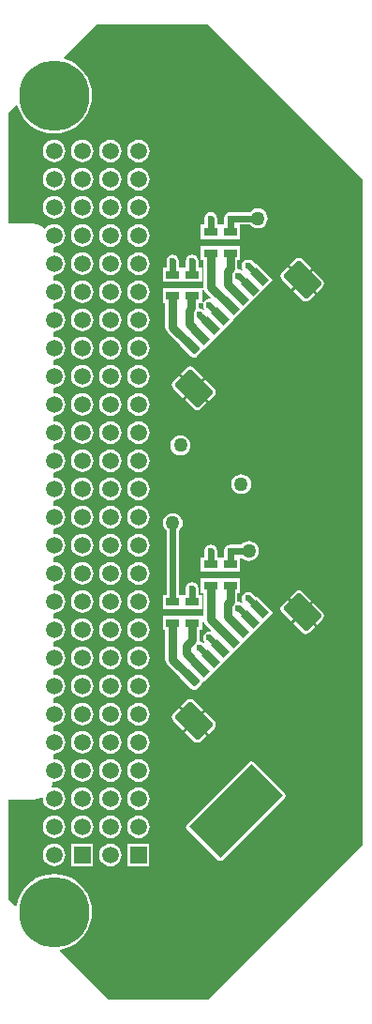
<source format=gtl>
G04*
G04 #@! TF.GenerationSoftware,Altium Limited,Altium Designer,23.3.1 (30)*
G04*
G04 Layer_Physical_Order=1*
G04 Layer_Color=5064179*
%FSAX42Y42*%
%MOMM*%
G71*
G04*
G04 #@! TF.SameCoordinates,74D896C7-0FB9-4F26-AAB1-64D905586B64*
G04*
G04*
G04 #@! TF.FilePolarity,Positive*
G04*
G01*
G75*
G04:AMPARAMS|DCode=23|XSize=2.1mm|YSize=3mm|CornerRadius=0.21mm|HoleSize=0mm|Usage=FLASHONLY|Rotation=45.000|XOffset=0mm|YOffset=0mm|HoleType=Round|Shape=RoundedRectangle|*
%AMROUNDEDRECTD23*
21,1,2.10,2.58,0,0,45.0*
21,1,1.68,3.00,0,0,45.0*
1,1,0.42,1.51,-0.32*
1,1,0.42,0.32,-1.51*
1,1,0.42,-1.51,0.32*
1,1,0.42,-0.32,1.51*
%
%ADD23ROUNDEDRECTD23*%
G04:AMPARAMS|DCode=24|XSize=0.8mm|YSize=1.6mm|CornerRadius=0mm|HoleSize=0mm|Usage=FLASHONLY|Rotation=45.000|XOffset=0mm|YOffset=0mm|HoleType=Round|Shape=Rectangle|*
%AMROTATEDRECTD24*
4,1,4,0.28,-0.85,-0.85,0.28,-0.28,0.85,0.85,-0.28,0.28,-0.85,0.0*
%
%ADD24ROTATEDRECTD24*%

G04:AMPARAMS|DCode=25|XSize=0.8mm|YSize=1.6mm|CornerRadius=0.08mm|HoleSize=0mm|Usage=FLASHONLY|Rotation=45.000|XOffset=0mm|YOffset=0mm|HoleType=Round|Shape=RoundedRectangle|*
%AMROUNDEDRECTD25*
21,1,0.80,1.44,0,0,45.0*
21,1,0.64,1.60,0,0,45.0*
1,1,0.16,0.74,-0.28*
1,1,0.16,0.28,-0.74*
1,1,0.16,-0.74,0.28*
1,1,0.16,-0.28,0.74*
%
%ADD25ROUNDEDRECTD25*%
%ADD26R,1.30X0.80*%
%ADD27C,0.60*%
%ADD28C,0.80*%
%ADD29C,0.40*%
G04:AMPARAMS|DCode=30|XSize=8mm|YSize=4mm|CornerRadius=0mm|HoleSize=0mm|Usage=FLASHONLY|Rotation=45.000|XOffset=0mm|YOffset=0mm|HoleType=Round|Shape=Rectangle|*
%AMROTATEDRECTD30*
4,1,4,-1.41,-4.24,-4.24,-1.41,1.41,4.24,4.24,1.41,-1.41,-4.24,0.0*
%
%ADD30ROTATEDRECTD30*%

%ADD31R,1.50X1.50*%
%ADD32C,1.50*%
%ADD33C,6.35*%
%ADD34C,1.27*%
%ADD35C,1.30*%
%ADD36C,0.60*%
G36*
X003315Y007515D02*
Y001515D01*
X001915Y000115D01*
X001015D01*
X000576Y000554D01*
X000581Y000567D01*
X000629Y000578D01*
X000679Y000599D01*
X000725Y000627D01*
X000766Y000662D01*
X000801Y000703D01*
X000829Y000749D01*
X000850Y000799D01*
X000863Y000852D01*
X000867Y000906D01*
X000863Y000959D01*
X000850Y001012D01*
X000829Y001062D01*
X000801Y001108D01*
X000766Y001149D01*
X000725Y001184D01*
X000679Y001212D01*
X000629Y001233D01*
X000577Y001245D01*
X000523Y001249D01*
X000469Y001245D01*
X000417Y001233D01*
X000367Y001212D01*
X000321Y001184D01*
X000280Y001149D01*
X000245Y001108D01*
X000217Y001062D01*
X000196Y001012D01*
X000184Y000964D01*
X000172Y000958D01*
X000115Y001015D01*
Y001915D01*
X000315D01*
X000335Y001916D01*
X000373Y001924D01*
X000409Y001939D01*
X000412Y001940D01*
X000422Y001934D01*
X000422Y001928D01*
X000425Y001902D01*
X000435Y001877D01*
X000451Y001856D01*
X000472Y001840D01*
X000497Y001830D01*
X000523Y001827D01*
X000549Y001830D01*
X000574Y001840D01*
X000595Y001856D01*
X000611Y001877D01*
X000621Y001902D01*
X000624Y001928D01*
X000621Y001954D01*
X000611Y001979D01*
X000595Y002000D01*
X000574Y002016D01*
X000549Y002026D01*
X000523Y002029D01*
X000508Y002027D01*
X000499Y002039D01*
X000506Y002057D01*
X000511Y002082D01*
X000523Y002081D01*
X000549Y002084D01*
X000574Y002094D01*
X000595Y002110D01*
X000611Y002131D01*
X000621Y002156D01*
X000624Y002182D01*
X000621Y002208D01*
X000611Y002233D01*
X000595Y002254D01*
X000574Y002270D01*
X000549Y002280D01*
X000523Y002283D01*
X000515Y002290D01*
Y002328D01*
X000523Y002335D01*
X000549Y002338D01*
X000574Y002348D01*
X000595Y002364D01*
X000611Y002385D01*
X000621Y002410D01*
X000624Y002436D01*
X000621Y002462D01*
X000611Y002487D01*
X000595Y002508D01*
X000574Y002524D01*
X000549Y002534D01*
X000523Y002537D01*
X000515Y002544D01*
Y002582D01*
X000523Y002589D01*
X000549Y002592D01*
X000574Y002602D01*
X000595Y002618D01*
X000611Y002639D01*
X000621Y002664D01*
X000624Y002690D01*
X000621Y002716D01*
X000611Y002741D01*
X000595Y002762D01*
X000574Y002778D01*
X000549Y002788D01*
X000523Y002791D01*
X000515Y002798D01*
Y002836D01*
X000523Y002843D01*
X000549Y002846D01*
X000574Y002856D01*
X000595Y002872D01*
X000611Y002893D01*
X000621Y002918D01*
X000624Y002944D01*
X000621Y002970D01*
X000611Y002995D01*
X000595Y003016D01*
X000574Y003032D01*
X000549Y003042D01*
X000523Y003045D01*
X000515Y003052D01*
Y003090D01*
X000523Y003097D01*
X000549Y003100D01*
X000574Y003110D01*
X000595Y003126D01*
X000611Y003147D01*
X000621Y003172D01*
X000624Y003198D01*
X000621Y003224D01*
X000611Y003249D01*
X000595Y003270D01*
X000574Y003286D01*
X000549Y003296D01*
X000523Y003299D01*
X000515Y003306D01*
X000515Y003344D01*
X000523Y003351D01*
X000549Y003354D01*
X000574Y003364D01*
X000595Y003380D01*
X000611Y003401D01*
X000621Y003426D01*
X000624Y003452D01*
X000621Y003478D01*
X000611Y003503D01*
X000595Y003524D01*
X000574Y003540D01*
X000549Y003550D01*
X000523Y003553D01*
X000515Y003560D01*
Y003598D01*
X000523Y003605D01*
X000549Y003608D01*
X000574Y003618D01*
X000595Y003634D01*
X000611Y003655D01*
X000621Y003680D01*
X000624Y003706D01*
X000621Y003732D01*
X000611Y003757D01*
X000595Y003778D01*
X000574Y003794D01*
X000549Y003804D01*
X000523Y003807D01*
X000515Y003814D01*
Y003852D01*
X000523Y003859D01*
X000549Y003862D01*
X000574Y003872D01*
X000595Y003888D01*
X000611Y003909D01*
X000621Y003934D01*
X000624Y003960D01*
X000621Y003986D01*
X000611Y004011D01*
X000595Y004032D01*
X000574Y004048D01*
X000549Y004058D01*
X000523Y004061D01*
X000515Y004068D01*
Y004106D01*
X000523Y004113D01*
X000549Y004116D01*
X000574Y004126D01*
X000595Y004142D01*
X000611Y004163D01*
X000621Y004188D01*
X000624Y004214D01*
X000621Y004240D01*
X000611Y004265D01*
X000595Y004286D01*
X000574Y004302D01*
X000549Y004312D01*
X000523Y004315D01*
X000515Y004322D01*
Y004360D01*
X000523Y004367D01*
X000549Y004370D01*
X000574Y004380D01*
X000595Y004396D01*
X000611Y004417D01*
X000621Y004442D01*
X000624Y004468D01*
X000621Y004494D01*
X000611Y004519D01*
X000595Y004540D01*
X000574Y004556D01*
X000549Y004566D01*
X000523Y004569D01*
X000515Y004576D01*
Y004614D01*
X000523Y004621D01*
X000549Y004624D01*
X000574Y004634D01*
X000595Y004650D01*
X000611Y004671D01*
X000621Y004696D01*
X000624Y004722D01*
X000621Y004748D01*
X000611Y004773D01*
X000595Y004794D01*
X000574Y004810D01*
X000549Y004820D01*
X000523Y004823D01*
X000515Y004830D01*
Y004868D01*
X000523Y004875D01*
X000549Y004878D01*
X000574Y004888D01*
X000595Y004904D01*
X000611Y004925D01*
X000621Y004950D01*
X000624Y004976D01*
X000621Y005002D01*
X000611Y005027D01*
X000595Y005048D01*
X000574Y005064D01*
X000549Y005074D01*
X000523Y005077D01*
X000515Y005084D01*
Y005122D01*
X000523Y005129D01*
X000549Y005132D01*
X000574Y005142D01*
X000595Y005158D01*
X000611Y005179D01*
X000621Y005204D01*
X000624Y005230D01*
X000621Y005256D01*
X000611Y005281D01*
X000595Y005302D01*
X000574Y005318D01*
X000549Y005328D01*
X000523Y005331D01*
X000515Y005338D01*
Y005376D01*
X000523Y005383D01*
X000549Y005386D01*
X000574Y005396D01*
X000595Y005412D01*
X000611Y005433D01*
X000621Y005458D01*
X000624Y005484D01*
X000621Y005510D01*
X000611Y005535D01*
X000595Y005556D01*
X000574Y005572D01*
X000549Y005582D01*
X000523Y005585D01*
X000515Y005592D01*
Y005630D01*
X000523Y005637D01*
X000549Y005640D01*
X000574Y005650D01*
X000595Y005666D01*
X000611Y005687D01*
X000621Y005712D01*
X000624Y005738D01*
X000621Y005764D01*
X000611Y005789D01*
X000595Y005810D01*
X000574Y005826D01*
X000549Y005836D01*
X000523Y005839D01*
X000515Y005846D01*
Y005884D01*
X000523Y005891D01*
X000549Y005894D01*
X000574Y005904D01*
X000595Y005920D01*
X000611Y005941D01*
X000621Y005966D01*
X000624Y005992D01*
X000621Y006018D01*
X000611Y006043D01*
X000595Y006064D01*
X000574Y006080D01*
X000549Y006090D01*
X000523Y006093D01*
X000515Y006100D01*
Y006138D01*
X000523Y006145D01*
X000549Y006148D01*
X000574Y006158D01*
X000595Y006174D01*
X000611Y006195D01*
X000621Y006220D01*
X000624Y006246D01*
X000621Y006272D01*
X000611Y006297D01*
X000595Y006318D01*
X000574Y006334D01*
X000549Y006344D01*
X000523Y006347D01*
X000515Y006354D01*
Y006392D01*
X000523Y006399D01*
X000549Y006402D01*
X000574Y006412D01*
X000595Y006428D01*
X000611Y006449D01*
X000621Y006474D01*
X000624Y006500D01*
X000621Y006526D01*
X000611Y006551D01*
X000595Y006572D01*
X000574Y006588D01*
X000549Y006598D01*
X000523Y006601D01*
X000515Y006608D01*
Y006646D01*
X000523Y006653D01*
X000549Y006656D01*
X000574Y006666D01*
X000595Y006682D01*
X000611Y006703D01*
X000621Y006728D01*
X000624Y006754D01*
X000621Y006780D01*
X000611Y006805D01*
X000595Y006826D01*
X000574Y006842D01*
X000549Y006852D01*
X000523Y006855D01*
X000515Y006862D01*
Y006900D01*
X000523Y006907D01*
X000549Y006910D01*
X000574Y006920D01*
X000595Y006936D01*
X000611Y006957D01*
X000621Y006982D01*
X000624Y007008D01*
X000621Y007034D01*
X000611Y007059D01*
X000595Y007080D01*
X000574Y007096D01*
X000549Y007106D01*
X000523Y007109D01*
X000497Y007106D01*
X000472Y007096D01*
X000451Y007080D01*
X000444Y007070D01*
X000442Y007070D01*
X000409Y007091D01*
X000373Y007106D01*
X000335Y007114D01*
X000315Y007115D01*
X000115Y007115D01*
X000115Y008115D01*
X000181Y008181D01*
X000193Y008177D01*
X000196Y008165D01*
X000217Y008115D01*
X000245Y008069D01*
X000280Y008028D01*
X000321Y007993D01*
X000367Y007965D01*
X000417Y007944D01*
X000469Y007932D01*
X000523Y007928D01*
X000577Y007932D01*
X000629Y007944D01*
X000679Y007965D01*
X000725Y007993D01*
X000766Y008028D01*
X000801Y008069D01*
X000829Y008115D01*
X000850Y008165D01*
X000863Y008218D01*
X000867Y008271D01*
X000863Y008325D01*
X000850Y008378D01*
X000829Y008428D01*
X000801Y008474D01*
X000766Y008515D01*
X000725Y008550D01*
X000679Y008578D01*
X000629Y008599D01*
X000617Y008602D01*
X000614Y008614D01*
X000915Y008915D01*
X001915D01*
X003315Y007515D01*
D02*
G37*
%LPC*%
G36*
X000777Y007871D02*
X000751Y007868D01*
X000726Y007858D01*
X000705Y007842D01*
X000689Y007821D01*
X000679Y007796D01*
X000676Y007770D01*
X000679Y007744D01*
X000689Y007719D01*
X000705Y007698D01*
X000726Y007682D01*
X000751Y007672D01*
X000777Y007669D01*
X000803Y007672D01*
X000828Y007682D01*
X000849Y007698D01*
X000865Y007719D01*
X000875Y007744D01*
X000878Y007770D01*
X000875Y007796D01*
X000865Y007821D01*
X000849Y007842D01*
X000828Y007858D01*
X000803Y007868D01*
X000777Y007871D01*
D02*
G37*
G36*
X000523D02*
X000497Y007868D01*
X000472Y007858D01*
X000451Y007842D01*
X000435Y007821D01*
X000425Y007796D01*
X000422Y007770D01*
X000425Y007744D01*
X000435Y007719D01*
X000451Y007698D01*
X000472Y007682D01*
X000497Y007672D01*
X000523Y007669D01*
X000549Y007672D01*
X000574Y007682D01*
X000595Y007698D01*
X000611Y007719D01*
X000621Y007744D01*
X000624Y007770D01*
X000621Y007796D01*
X000611Y007821D01*
X000595Y007842D01*
X000574Y007858D01*
X000549Y007868D01*
X000523Y007871D01*
D02*
G37*
G36*
X001285Y007870D02*
X001259Y007867D01*
X001234Y007857D01*
X001213Y007841D01*
X001197Y007820D01*
X001187Y007795D01*
X001184Y007769D01*
X001187Y007743D01*
X001197Y007718D01*
X001213Y007697D01*
X001234Y007681D01*
X001259Y007671D01*
X001285Y007668D01*
X001311Y007671D01*
X001336Y007681D01*
X001357Y007697D01*
X001373Y007718D01*
X001383Y007743D01*
X001386Y007769D01*
X001383Y007795D01*
X001373Y007820D01*
X001357Y007841D01*
X001336Y007857D01*
X001311Y007867D01*
X001285Y007870D01*
D02*
G37*
G36*
X001031D02*
X001005Y007867D01*
X000980Y007857D01*
X000959Y007841D01*
X000943Y007820D01*
X000933Y007795D01*
X000930Y007769D01*
X000933Y007743D01*
X000943Y007718D01*
X000959Y007697D01*
X000980Y007681D01*
X001005Y007671D01*
X001031Y007668D01*
X001057Y007671D01*
X001082Y007681D01*
X001103Y007697D01*
X001119Y007718D01*
X001129Y007743D01*
X001132Y007769D01*
X001129Y007795D01*
X001119Y007820D01*
X001103Y007841D01*
X001082Y007857D01*
X001057Y007867D01*
X001031Y007870D01*
D02*
G37*
G36*
X000777Y007617D02*
X000751Y007614D01*
X000726Y007604D01*
X000705Y007588D01*
X000689Y007567D01*
X000679Y007542D01*
X000676Y007516D01*
X000679Y007490D01*
X000689Y007465D01*
X000705Y007444D01*
X000726Y007428D01*
X000751Y007418D01*
X000777Y007415D01*
X000803Y007418D01*
X000828Y007428D01*
X000849Y007444D01*
X000865Y007465D01*
X000875Y007490D01*
X000878Y007516D01*
X000875Y007542D01*
X000865Y007567D01*
X000849Y007588D01*
X000828Y007604D01*
X000803Y007614D01*
X000777Y007617D01*
D02*
G37*
G36*
X000523D02*
X000497Y007614D01*
X000472Y007604D01*
X000451Y007588D01*
X000435Y007567D01*
X000425Y007542D01*
X000422Y007516D01*
X000425Y007490D01*
X000435Y007465D01*
X000451Y007444D01*
X000472Y007428D01*
X000497Y007418D01*
X000523Y007415D01*
X000549Y007418D01*
X000574Y007428D01*
X000595Y007444D01*
X000611Y007465D01*
X000621Y007490D01*
X000624Y007516D01*
X000621Y007542D01*
X000611Y007567D01*
X000595Y007588D01*
X000574Y007604D01*
X000549Y007614D01*
X000523Y007617D01*
D02*
G37*
G36*
X001285Y007616D02*
X001259Y007613D01*
X001234Y007603D01*
X001213Y007587D01*
X001197Y007566D01*
X001187Y007541D01*
X001184Y007515D01*
X001187Y007489D01*
X001197Y007464D01*
X001213Y007443D01*
X001234Y007427D01*
X001259Y007417D01*
X001285Y007414D01*
X001311Y007417D01*
X001336Y007427D01*
X001357Y007443D01*
X001373Y007464D01*
X001383Y007489D01*
X001386Y007515D01*
X001383Y007541D01*
X001373Y007566D01*
X001357Y007587D01*
X001336Y007603D01*
X001311Y007613D01*
X001285Y007616D01*
D02*
G37*
G36*
X001031D02*
X001005Y007613D01*
X000980Y007603D01*
X000959Y007587D01*
X000943Y007566D01*
X000933Y007541D01*
X000930Y007515D01*
X000933Y007489D01*
X000943Y007464D01*
X000959Y007443D01*
X000980Y007427D01*
X001005Y007417D01*
X001031Y007414D01*
X001057Y007417D01*
X001082Y007427D01*
X001103Y007443D01*
X001119Y007464D01*
X001129Y007489D01*
X001132Y007515D01*
X001129Y007541D01*
X001119Y007566D01*
X001103Y007587D01*
X001082Y007603D01*
X001057Y007613D01*
X001031Y007616D01*
D02*
G37*
G36*
X000777Y007363D02*
X000751Y007360D01*
X000726Y007350D01*
X000705Y007334D01*
X000689Y007313D01*
X000679Y007288D01*
X000676Y007262D01*
X000679Y007236D01*
X000689Y007211D01*
X000705Y007190D01*
X000726Y007174D01*
X000751Y007164D01*
X000777Y007161D01*
X000803Y007164D01*
X000828Y007174D01*
X000849Y007190D01*
X000865Y007211D01*
X000875Y007236D01*
X000878Y007262D01*
X000875Y007288D01*
X000865Y007313D01*
X000849Y007334D01*
X000828Y007350D01*
X000803Y007360D01*
X000777Y007363D01*
D02*
G37*
G36*
X000523D02*
X000497Y007360D01*
X000472Y007350D01*
X000451Y007334D01*
X000435Y007313D01*
X000425Y007288D01*
X000422Y007262D01*
X000425Y007236D01*
X000435Y007211D01*
X000451Y007190D01*
X000472Y007174D01*
X000497Y007164D01*
X000523Y007161D01*
X000549Y007164D01*
X000574Y007174D01*
X000595Y007190D01*
X000611Y007211D01*
X000621Y007236D01*
X000624Y007262D01*
X000621Y007288D01*
X000611Y007313D01*
X000595Y007334D01*
X000574Y007350D01*
X000549Y007360D01*
X000523Y007363D01*
D02*
G37*
G36*
X001285Y007362D02*
X001259Y007359D01*
X001234Y007349D01*
X001213Y007333D01*
X001197Y007312D01*
X001187Y007287D01*
X001184Y007261D01*
X001187Y007235D01*
X001197Y007210D01*
X001213Y007189D01*
X001234Y007173D01*
X001259Y007163D01*
X001285Y007160D01*
X001311Y007163D01*
X001336Y007173D01*
X001357Y007189D01*
X001373Y007210D01*
X001383Y007235D01*
X001386Y007261D01*
X001383Y007287D01*
X001373Y007312D01*
X001357Y007333D01*
X001336Y007349D01*
X001311Y007359D01*
X001285Y007362D01*
D02*
G37*
G36*
X001031D02*
X001005Y007359D01*
X000980Y007349D01*
X000959Y007333D01*
X000943Y007312D01*
X000933Y007287D01*
X000930Y007261D01*
X000933Y007235D01*
X000943Y007210D01*
X000959Y007189D01*
X000980Y007173D01*
X001005Y007163D01*
X001031Y007160D01*
X001057Y007163D01*
X001082Y007173D01*
X001103Y007189D01*
X001119Y007210D01*
X001129Y007235D01*
X001132Y007261D01*
X001129Y007287D01*
X001119Y007312D01*
X001103Y007333D01*
X001082Y007349D01*
X001057Y007359D01*
X001031Y007362D01*
D02*
G37*
G36*
X002365Y007252D02*
X002342Y007249D01*
X002320Y007240D01*
X002302Y007226D01*
X002296Y007219D01*
X002115D01*
X002093Y007215D01*
X002075Y007203D01*
X002063Y007184D01*
X002059Y007163D01*
Y007105D01*
X001997D01*
Y007163D01*
X001992Y007184D01*
X001980Y007203D01*
X001962Y007215D01*
X001940Y007219D01*
X001918Y007215D01*
X001900Y007203D01*
X001888Y007184D01*
X001884Y007163D01*
Y007105D01*
X001850D01*
Y006975D01*
X002205D01*
Y007105D01*
X002218Y007106D01*
X002296D01*
X002302Y007099D01*
X002320Y007085D01*
X002342Y007076D01*
X002365Y007073D01*
X002388Y007076D01*
X002410Y007085D01*
X002428Y007099D01*
X002443Y007118D01*
X002452Y007139D01*
X002455Y007163D01*
X002452Y007186D01*
X002443Y007208D01*
X002428Y007226D01*
X002410Y007240D01*
X002388Y007249D01*
X002365Y007252D01*
D02*
G37*
G36*
X002115Y006916D02*
X002111Y006915D01*
X001944D01*
X001940Y006916D01*
X001936Y006915D01*
X001850D01*
Y006785D01*
X001874D01*
Y006544D01*
X001876Y006526D01*
X001883Y006511D01*
X001893Y006497D01*
X001944Y006447D01*
X001937Y006435D01*
X001926Y006437D01*
X001905Y006433D01*
X001886Y006421D01*
X001874Y006402D01*
X001870Y006381D01*
X001874Y006359D01*
X001884Y006344D01*
X001875Y006335D01*
X001861Y006344D01*
X001839Y006349D01*
X001832Y006360D01*
Y006400D01*
X001861D01*
Y006530D01*
X001774D01*
X001770Y006531D01*
X001766D01*
X001762Y006530D01*
X001599D01*
X001595Y006531D01*
X001591Y006530D01*
X001505D01*
Y006400D01*
X001529D01*
Y006181D01*
X001531Y006164D01*
X001538Y006148D01*
X001549Y006135D01*
X001664Y006020D01*
X001664Y006019D01*
X001766Y005917D01*
X001777Y005910D01*
X001790Y005907D01*
X001803Y005910D01*
X001814Y005917D01*
X001859Y005963D01*
X001866Y005974D01*
X001867Y005976D01*
X001878Y005983D01*
X001878D01*
X001971Y006075D01*
X002055Y006159D01*
X002143Y006248D01*
X002232Y006336D01*
X002320Y006425D01*
X002408Y006513D01*
X002501Y006605D01*
X002352Y006754D01*
X002346Y006748D01*
X002319Y006775D01*
X002301Y006787D01*
X002279Y006791D01*
X002279Y006791D01*
X002275D01*
X002253Y006787D01*
X002235Y006775D01*
X002223Y006757D01*
X002219Y006735D01*
X002223Y006713D01*
X002231Y006702D01*
X002222Y006692D01*
X002212Y006699D01*
X002191Y006703D01*
X002185Y006707D01*
X002181Y006714D01*
Y006785D01*
X002205D01*
Y006915D01*
X002119D01*
X002115Y006916D01*
D02*
G37*
G36*
X000777Y007109D02*
X000751Y007106D01*
X000726Y007096D01*
X000705Y007080D01*
X000689Y007059D01*
X000679Y007034D01*
X000676Y007008D01*
X000679Y006982D01*
X000689Y006957D01*
X000705Y006936D01*
X000726Y006920D01*
X000751Y006910D01*
X000777Y006907D01*
X000803Y006910D01*
X000828Y006920D01*
X000849Y006936D01*
X000865Y006957D01*
X000875Y006982D01*
X000878Y007008D01*
X000875Y007034D01*
X000865Y007059D01*
X000849Y007080D01*
X000828Y007096D01*
X000803Y007106D01*
X000777Y007109D01*
D02*
G37*
G36*
X001285Y007108D02*
X001259Y007105D01*
X001234Y007095D01*
X001213Y007079D01*
X001197Y007058D01*
X001187Y007033D01*
X001184Y007007D01*
X001187Y006981D01*
X001197Y006956D01*
X001213Y006935D01*
X001234Y006919D01*
X001259Y006909D01*
X001285Y006906D01*
X001311Y006909D01*
X001336Y006919D01*
X001357Y006935D01*
X001373Y006956D01*
X001383Y006981D01*
X001386Y007007D01*
X001383Y007033D01*
X001373Y007058D01*
X001357Y007079D01*
X001336Y007095D01*
X001311Y007105D01*
X001285Y007108D01*
D02*
G37*
G36*
X001031D02*
X001005Y007105D01*
X000980Y007095D01*
X000959Y007079D01*
X000943Y007058D01*
X000933Y007033D01*
X000930Y007007D01*
X000933Y006981D01*
X000943Y006956D01*
X000959Y006935D01*
X000980Y006919D01*
X001005Y006909D01*
X001031Y006906D01*
X001057Y006909D01*
X001082Y006919D01*
X001103Y006935D01*
X001119Y006956D01*
X001129Y006981D01*
X001132Y007007D01*
X001129Y007033D01*
X001119Y007058D01*
X001103Y007079D01*
X001082Y007095D01*
X001057Y007105D01*
X001031Y007108D01*
D02*
G37*
G36*
X001770Y006834D02*
X001749Y006830D01*
X001730Y006818D01*
X001730Y006818D01*
X001730Y006818D01*
X001718Y006799D01*
X001714Y006778D01*
X001714Y006778D01*
Y006720D01*
X001652D01*
Y006777D01*
X001652Y006778D01*
X001647Y006799D01*
X001635Y006818D01*
X001617Y006830D01*
X001595Y006834D01*
X001574Y006830D01*
X001555Y006818D01*
X001555Y006818D01*
X001555Y006818D01*
X001543Y006799D01*
X001539Y006778D01*
X001539Y006778D01*
Y006720D01*
X001505D01*
Y006590D01*
X001861D01*
Y006720D01*
X001827D01*
Y006777D01*
X001827Y006778D01*
X001822Y006799D01*
X001810Y006818D01*
X001792Y006830D01*
X001770Y006834D01*
D02*
G37*
G36*
X000777Y006855D02*
X000751Y006852D01*
X000726Y006842D01*
X000705Y006826D01*
X000689Y006805D01*
X000679Y006780D01*
X000676Y006754D01*
X000679Y006728D01*
X000689Y006703D01*
X000705Y006682D01*
X000726Y006666D01*
X000751Y006656D01*
X000777Y006653D01*
X000803Y006656D01*
X000828Y006666D01*
X000849Y006682D01*
X000865Y006703D01*
X000875Y006728D01*
X000878Y006754D01*
X000875Y006780D01*
X000865Y006805D01*
X000849Y006826D01*
X000828Y006842D01*
X000803Y006852D01*
X000777Y006855D01*
D02*
G37*
G36*
X001285Y006854D02*
X001259Y006851D01*
X001234Y006841D01*
X001213Y006825D01*
X001197Y006804D01*
X001187Y006779D01*
X001184Y006753D01*
X001187Y006727D01*
X001197Y006702D01*
X001213Y006681D01*
X001234Y006665D01*
X001259Y006655D01*
X001285Y006652D01*
X001311Y006655D01*
X001336Y006665D01*
X001357Y006681D01*
X001373Y006702D01*
X001383Y006727D01*
X001386Y006753D01*
X001383Y006779D01*
X001373Y006804D01*
X001357Y006825D01*
X001336Y006841D01*
X001311Y006851D01*
X001285Y006854D01*
D02*
G37*
G36*
X001031D02*
X001005Y006851D01*
X000980Y006841D01*
X000959Y006825D01*
X000943Y006804D01*
X000933Y006779D01*
X000930Y006753D01*
X000933Y006727D01*
X000943Y006702D01*
X000959Y006681D01*
X000980Y006665D01*
X001005Y006655D01*
X001031Y006652D01*
X001057Y006655D01*
X001082Y006665D01*
X001103Y006681D01*
X001119Y006702D01*
X001129Y006727D01*
X001132Y006753D01*
X001129Y006779D01*
X001119Y006804D01*
X001103Y006825D01*
X001082Y006841D01*
X001057Y006851D01*
X001031Y006854D01*
D02*
G37*
G36*
X002734Y006807D02*
X002716Y006803D01*
X002700Y006793D01*
X002650Y006743D01*
X002766Y006627D01*
X002849Y006711D01*
X002767Y006793D01*
X002752Y006803D01*
X002734Y006807D01*
D02*
G37*
G36*
X002632Y006725D02*
X002581Y006674D01*
X002571Y006659D01*
X002568Y006641D01*
X002571Y006623D01*
X002581Y006607D01*
X002664Y006525D01*
X002748Y006609D01*
X002632Y006725D01*
D02*
G37*
G36*
X002867Y006693D02*
X002784Y006609D01*
X002899Y006493D01*
X002950Y006544D01*
X002960Y006559D01*
X002963Y006577D01*
X002960Y006595D01*
X002950Y006611D01*
X002867Y006693D01*
D02*
G37*
G36*
X002766Y006591D02*
X002682Y006507D01*
X002764Y006425D01*
X002779Y006415D01*
X002797Y006411D01*
X002815Y006415D01*
X002831Y006425D01*
X002881Y006475D01*
X002766Y006591D01*
D02*
G37*
G36*
X000777Y006601D02*
X000751Y006598D01*
X000726Y006588D01*
X000705Y006572D01*
X000689Y006551D01*
X000679Y006526D01*
X000676Y006500D01*
X000679Y006474D01*
X000689Y006449D01*
X000705Y006428D01*
X000726Y006412D01*
X000751Y006402D01*
X000777Y006399D01*
X000803Y006402D01*
X000828Y006412D01*
X000849Y006428D01*
X000865Y006449D01*
X000875Y006474D01*
X000878Y006500D01*
X000875Y006526D01*
X000865Y006551D01*
X000849Y006572D01*
X000828Y006588D01*
X000803Y006598D01*
X000777Y006601D01*
D02*
G37*
G36*
X001285Y006600D02*
X001259Y006597D01*
X001234Y006587D01*
X001213Y006571D01*
X001197Y006550D01*
X001187Y006525D01*
X001184Y006499D01*
X001187Y006473D01*
X001197Y006448D01*
X001213Y006427D01*
X001234Y006411D01*
X001259Y006401D01*
X001285Y006398D01*
X001311Y006401D01*
X001336Y006411D01*
X001357Y006427D01*
X001373Y006448D01*
X001383Y006473D01*
X001386Y006499D01*
X001383Y006525D01*
X001373Y006550D01*
X001357Y006571D01*
X001336Y006587D01*
X001311Y006597D01*
X001285Y006600D01*
D02*
G37*
G36*
X001031D02*
X001005Y006597D01*
X000980Y006587D01*
X000959Y006571D01*
X000943Y006550D01*
X000933Y006525D01*
X000930Y006499D01*
X000933Y006473D01*
X000943Y006448D01*
X000959Y006427D01*
X000980Y006411D01*
X001005Y006401D01*
X001031Y006398D01*
X001057Y006401D01*
X001082Y006411D01*
X001103Y006427D01*
X001119Y006448D01*
X001129Y006473D01*
X001132Y006499D01*
X001129Y006525D01*
X001119Y006550D01*
X001103Y006571D01*
X001082Y006587D01*
X001057Y006597D01*
X001031Y006600D01*
D02*
G37*
G36*
X000777Y006347D02*
X000751Y006344D01*
X000726Y006334D01*
X000705Y006318D01*
X000689Y006297D01*
X000679Y006272D01*
X000676Y006246D01*
X000679Y006220D01*
X000689Y006195D01*
X000705Y006174D01*
X000726Y006158D01*
X000751Y006148D01*
X000777Y006145D01*
X000803Y006148D01*
X000828Y006158D01*
X000849Y006174D01*
X000865Y006195D01*
X000875Y006220D01*
X000878Y006246D01*
X000875Y006272D01*
X000865Y006297D01*
X000849Y006318D01*
X000828Y006334D01*
X000803Y006344D01*
X000777Y006347D01*
D02*
G37*
G36*
X001285Y006346D02*
X001259Y006343D01*
X001234Y006333D01*
X001213Y006317D01*
X001197Y006296D01*
X001187Y006271D01*
X001184Y006245D01*
X001187Y006219D01*
X001197Y006194D01*
X001213Y006173D01*
X001234Y006157D01*
X001259Y006147D01*
X001285Y006144D01*
X001311Y006147D01*
X001336Y006157D01*
X001357Y006173D01*
X001373Y006194D01*
X001383Y006219D01*
X001386Y006245D01*
X001383Y006271D01*
X001373Y006296D01*
X001357Y006317D01*
X001336Y006333D01*
X001311Y006343D01*
X001285Y006346D01*
D02*
G37*
G36*
X001031D02*
X001005Y006343D01*
X000980Y006333D01*
X000959Y006317D01*
X000943Y006296D01*
X000933Y006271D01*
X000930Y006245D01*
X000933Y006219D01*
X000943Y006194D01*
X000959Y006173D01*
X000980Y006157D01*
X001005Y006147D01*
X001031Y006144D01*
X001057Y006147D01*
X001082Y006157D01*
X001103Y006173D01*
X001119Y006194D01*
X001129Y006219D01*
X001132Y006245D01*
X001129Y006271D01*
X001119Y006296D01*
X001103Y006317D01*
X001082Y006333D01*
X001057Y006343D01*
X001031Y006346D01*
D02*
G37*
G36*
X000777Y006093D02*
X000751Y006090D01*
X000726Y006080D01*
X000705Y006064D01*
X000689Y006043D01*
X000679Y006018D01*
X000676Y005992D01*
X000679Y005966D01*
X000689Y005941D01*
X000705Y005920D01*
X000726Y005904D01*
X000751Y005894D01*
X000777Y005891D01*
X000803Y005894D01*
X000828Y005904D01*
X000849Y005920D01*
X000865Y005941D01*
X000875Y005966D01*
X000878Y005992D01*
X000875Y006018D01*
X000865Y006043D01*
X000849Y006064D01*
X000828Y006080D01*
X000803Y006090D01*
X000777Y006093D01*
D02*
G37*
G36*
X001285Y006092D02*
X001259Y006089D01*
X001234Y006079D01*
X001213Y006063D01*
X001197Y006042D01*
X001187Y006017D01*
X001184Y005991D01*
X001187Y005965D01*
X001197Y005940D01*
X001213Y005919D01*
X001234Y005903D01*
X001259Y005893D01*
X001285Y005890D01*
X001311Y005893D01*
X001336Y005903D01*
X001357Y005919D01*
X001373Y005940D01*
X001383Y005965D01*
X001386Y005991D01*
X001383Y006017D01*
X001373Y006042D01*
X001357Y006063D01*
X001336Y006079D01*
X001311Y006089D01*
X001285Y006092D01*
D02*
G37*
G36*
X001031D02*
X001005Y006089D01*
X000980Y006079D01*
X000959Y006063D01*
X000943Y006042D01*
X000933Y006017D01*
X000930Y005991D01*
X000933Y005965D01*
X000943Y005940D01*
X000959Y005919D01*
X000980Y005903D01*
X001005Y005893D01*
X001031Y005890D01*
X001057Y005893D01*
X001082Y005903D01*
X001103Y005919D01*
X001119Y005940D01*
X001129Y005965D01*
X001132Y005991D01*
X001129Y006017D01*
X001119Y006042D01*
X001103Y006063D01*
X001082Y006079D01*
X001057Y006089D01*
X001031Y006092D01*
D02*
G37*
G36*
X001754Y005828D02*
X001736Y005824D01*
X001721Y005814D01*
X001671Y005763D01*
X001786Y005648D01*
X001870Y005731D01*
X001788Y005814D01*
X001772Y005824D01*
X001754Y005828D01*
D02*
G37*
G36*
X000777Y005839D02*
X000751Y005836D01*
X000726Y005826D01*
X000705Y005810D01*
X000689Y005789D01*
X000679Y005764D01*
X000676Y005738D01*
X000679Y005712D01*
X000689Y005687D01*
X000705Y005666D01*
X000726Y005650D01*
X000751Y005640D01*
X000777Y005637D01*
X000803Y005640D01*
X000828Y005650D01*
X000849Y005666D01*
X000865Y005687D01*
X000875Y005712D01*
X000878Y005738D01*
X000875Y005764D01*
X000865Y005789D01*
X000849Y005810D01*
X000828Y005826D01*
X000803Y005836D01*
X000777Y005839D01*
D02*
G37*
G36*
X001285Y005838D02*
X001259Y005835D01*
X001234Y005825D01*
X001213Y005809D01*
X001197Y005788D01*
X001187Y005763D01*
X001184Y005737D01*
X001187Y005711D01*
X001197Y005686D01*
X001213Y005665D01*
X001234Y005649D01*
X001259Y005639D01*
X001285Y005636D01*
X001311Y005639D01*
X001336Y005649D01*
X001357Y005665D01*
X001373Y005686D01*
X001383Y005711D01*
X001386Y005737D01*
X001383Y005763D01*
X001373Y005788D01*
X001357Y005809D01*
X001336Y005825D01*
X001311Y005835D01*
X001285Y005838D01*
D02*
G37*
G36*
X001031D02*
X001005Y005835D01*
X000980Y005825D01*
X000959Y005809D01*
X000943Y005788D01*
X000933Y005763D01*
X000930Y005737D01*
X000933Y005711D01*
X000943Y005686D01*
X000959Y005665D01*
X000980Y005649D01*
X001005Y005639D01*
X001031Y005636D01*
X001057Y005639D01*
X001082Y005649D01*
X001103Y005665D01*
X001119Y005686D01*
X001129Y005711D01*
X001132Y005737D01*
X001129Y005763D01*
X001119Y005788D01*
X001103Y005809D01*
X001082Y005825D01*
X001057Y005835D01*
X001031Y005838D01*
D02*
G37*
G36*
X001653Y005745D02*
X001602Y005695D01*
X001592Y005680D01*
X001588Y005661D01*
X001592Y005643D01*
X001602Y005628D01*
X001684Y005546D01*
X001768Y005630D01*
X001653Y005745D01*
D02*
G37*
G36*
X001888Y005713D02*
X001804Y005630D01*
X001920Y005514D01*
X001970Y005564D01*
X001981Y005580D01*
X001984Y005598D01*
X001981Y005616D01*
X001970Y005631D01*
X001888Y005713D01*
D02*
G37*
G36*
X001786Y005612D02*
X001702Y005528D01*
X001785Y005446D01*
X001800Y005435D01*
X001818Y005432D01*
X001836Y005435D01*
X001851Y005446D01*
X001902Y005496D01*
X001786Y005612D01*
D02*
G37*
G36*
X000777Y005585D02*
X000751Y005582D01*
X000726Y005572D01*
X000705Y005556D01*
X000689Y005535D01*
X000679Y005510D01*
X000676Y005484D01*
X000679Y005458D01*
X000689Y005433D01*
X000705Y005412D01*
X000726Y005396D01*
X000751Y005386D01*
X000777Y005383D01*
X000803Y005386D01*
X000828Y005396D01*
X000849Y005412D01*
X000865Y005433D01*
X000875Y005458D01*
X000878Y005484D01*
X000875Y005510D01*
X000865Y005535D01*
X000849Y005556D01*
X000828Y005572D01*
X000803Y005582D01*
X000777Y005585D01*
D02*
G37*
G36*
X001285Y005584D02*
X001259Y005581D01*
X001234Y005571D01*
X001213Y005555D01*
X001197Y005534D01*
X001187Y005509D01*
X001184Y005483D01*
X001187Y005457D01*
X001197Y005432D01*
X001213Y005411D01*
X001234Y005395D01*
X001259Y005385D01*
X001285Y005382D01*
X001311Y005385D01*
X001336Y005395D01*
X001357Y005411D01*
X001373Y005432D01*
X001383Y005457D01*
X001386Y005483D01*
X001383Y005509D01*
X001373Y005534D01*
X001357Y005555D01*
X001336Y005571D01*
X001311Y005581D01*
X001285Y005584D01*
D02*
G37*
G36*
X001031D02*
X001005Y005581D01*
X000980Y005571D01*
X000959Y005555D01*
X000943Y005534D01*
X000933Y005509D01*
X000930Y005483D01*
X000933Y005457D01*
X000943Y005432D01*
X000959Y005411D01*
X000980Y005395D01*
X001005Y005385D01*
X001031Y005382D01*
X001057Y005385D01*
X001082Y005395D01*
X001103Y005411D01*
X001119Y005432D01*
X001129Y005457D01*
X001132Y005483D01*
X001129Y005509D01*
X001119Y005534D01*
X001103Y005555D01*
X001082Y005571D01*
X001057Y005581D01*
X001031Y005584D01*
D02*
G37*
G36*
X000777Y005331D02*
X000751Y005328D01*
X000726Y005318D01*
X000705Y005302D01*
X000689Y005281D01*
X000679Y005256D01*
X000676Y005230D01*
X000679Y005204D01*
X000689Y005179D01*
X000705Y005158D01*
X000726Y005142D01*
X000751Y005132D01*
X000777Y005129D01*
X000803Y005132D01*
X000828Y005142D01*
X000849Y005158D01*
X000865Y005179D01*
X000875Y005204D01*
X000878Y005230D01*
X000875Y005256D01*
X000865Y005281D01*
X000849Y005302D01*
X000828Y005318D01*
X000803Y005328D01*
X000777Y005331D01*
D02*
G37*
G36*
X001285Y005330D02*
X001259Y005327D01*
X001234Y005317D01*
X001213Y005301D01*
X001197Y005280D01*
X001187Y005255D01*
X001184Y005229D01*
X001187Y005203D01*
X001197Y005178D01*
X001213Y005157D01*
X001234Y005141D01*
X001259Y005131D01*
X001285Y005128D01*
X001311Y005131D01*
X001336Y005141D01*
X001357Y005157D01*
X001373Y005178D01*
X001383Y005203D01*
X001386Y005229D01*
X001383Y005255D01*
X001373Y005280D01*
X001357Y005301D01*
X001336Y005317D01*
X001311Y005327D01*
X001285Y005330D01*
D02*
G37*
G36*
X001031D02*
X001005Y005327D01*
X000980Y005317D01*
X000959Y005301D01*
X000943Y005280D01*
X000933Y005255D01*
X000930Y005229D01*
X000933Y005203D01*
X000943Y005178D01*
X000959Y005157D01*
X000980Y005141D01*
X001005Y005131D01*
X001031Y005128D01*
X001057Y005131D01*
X001082Y005141D01*
X001103Y005157D01*
X001119Y005178D01*
X001129Y005203D01*
X001132Y005229D01*
X001129Y005255D01*
X001119Y005280D01*
X001103Y005301D01*
X001082Y005317D01*
X001057Y005327D01*
X001031Y005330D01*
D02*
G37*
G36*
X001665Y005205D02*
X001642Y005202D01*
X001620Y005193D01*
X001602Y005178D01*
X001587Y005160D01*
X001578Y005138D01*
X001575Y005115D01*
X001578Y005092D01*
X001587Y005070D01*
X001602Y005052D01*
X001620Y005037D01*
X001642Y005028D01*
X001665Y005025D01*
X001688Y005028D01*
X001710Y005037D01*
X001728Y005052D01*
X001743Y005070D01*
X001752Y005092D01*
X001755Y005115D01*
X001752Y005138D01*
X001743Y005160D01*
X001728Y005178D01*
X001710Y005193D01*
X001688Y005202D01*
X001665Y005205D01*
D02*
G37*
G36*
X000777Y005077D02*
X000751Y005074D01*
X000726Y005064D01*
X000705Y005048D01*
X000689Y005027D01*
X000679Y005002D01*
X000676Y004976D01*
X000679Y004950D01*
X000689Y004925D01*
X000705Y004904D01*
X000726Y004888D01*
X000751Y004878D01*
X000777Y004875D01*
X000803Y004878D01*
X000828Y004888D01*
X000849Y004904D01*
X000865Y004925D01*
X000875Y004950D01*
X000878Y004976D01*
X000875Y005002D01*
X000865Y005027D01*
X000849Y005048D01*
X000828Y005064D01*
X000803Y005074D01*
X000777Y005077D01*
D02*
G37*
G36*
X001285Y005076D02*
X001259Y005073D01*
X001234Y005063D01*
X001213Y005047D01*
X001197Y005026D01*
X001187Y005001D01*
X001184Y004975D01*
X001187Y004949D01*
X001197Y004924D01*
X001213Y004903D01*
X001234Y004887D01*
X001259Y004877D01*
X001285Y004874D01*
X001311Y004877D01*
X001336Y004887D01*
X001357Y004903D01*
X001373Y004924D01*
X001383Y004949D01*
X001386Y004975D01*
X001383Y005001D01*
X001373Y005026D01*
X001357Y005047D01*
X001336Y005063D01*
X001311Y005073D01*
X001285Y005076D01*
D02*
G37*
G36*
X001031D02*
X001005Y005073D01*
X000980Y005063D01*
X000959Y005047D01*
X000943Y005026D01*
X000933Y005001D01*
X000930Y004975D01*
X000933Y004949D01*
X000943Y004924D01*
X000959Y004903D01*
X000980Y004887D01*
X001005Y004877D01*
X001031Y004874D01*
X001057Y004877D01*
X001082Y004887D01*
X001103Y004903D01*
X001119Y004924D01*
X001129Y004949D01*
X001132Y004975D01*
X001129Y005001D01*
X001119Y005026D01*
X001103Y005047D01*
X001082Y005063D01*
X001057Y005073D01*
X001031Y005076D01*
D02*
G37*
G36*
X002215Y004855D02*
X002192Y004852D01*
X002170Y004843D01*
X002152Y004828D01*
X002137Y004810D01*
X002128Y004788D01*
X002125Y004765D01*
X002128Y004742D01*
X002137Y004720D01*
X002152Y004702D01*
X002170Y004687D01*
X002192Y004678D01*
X002215Y004675D01*
X002238Y004678D01*
X002260Y004687D01*
X002278Y004702D01*
X002293Y004720D01*
X002302Y004742D01*
X002305Y004765D01*
X002302Y004788D01*
X002293Y004810D01*
X002278Y004828D01*
X002260Y004843D01*
X002238Y004852D01*
X002215Y004855D01*
D02*
G37*
G36*
X000777Y004823D02*
X000751Y004820D01*
X000726Y004810D01*
X000705Y004794D01*
X000689Y004773D01*
X000679Y004748D01*
X000676Y004722D01*
X000679Y004696D01*
X000689Y004671D01*
X000705Y004650D01*
X000726Y004634D01*
X000751Y004624D01*
X000777Y004621D01*
X000803Y004624D01*
X000828Y004634D01*
X000849Y004650D01*
X000865Y004671D01*
X000875Y004696D01*
X000878Y004722D01*
X000875Y004748D01*
X000865Y004773D01*
X000849Y004794D01*
X000828Y004810D01*
X000803Y004820D01*
X000777Y004823D01*
D02*
G37*
G36*
X001285Y004822D02*
X001259Y004819D01*
X001234Y004809D01*
X001213Y004793D01*
X001197Y004772D01*
X001187Y004747D01*
X001184Y004721D01*
X001187Y004695D01*
X001197Y004670D01*
X001213Y004649D01*
X001234Y004633D01*
X001259Y004623D01*
X001285Y004620D01*
X001311Y004623D01*
X001336Y004633D01*
X001357Y004649D01*
X001373Y004670D01*
X001383Y004695D01*
X001386Y004721D01*
X001383Y004747D01*
X001373Y004772D01*
X001357Y004793D01*
X001336Y004809D01*
X001311Y004819D01*
X001285Y004822D01*
D02*
G37*
G36*
X001031D02*
X001005Y004819D01*
X000980Y004809D01*
X000959Y004793D01*
X000943Y004772D01*
X000933Y004747D01*
X000930Y004721D01*
X000933Y004695D01*
X000943Y004670D01*
X000959Y004649D01*
X000980Y004633D01*
X001005Y004623D01*
X001031Y004620D01*
X001057Y004623D01*
X001082Y004633D01*
X001103Y004649D01*
X001119Y004670D01*
X001129Y004695D01*
X001132Y004721D01*
X001129Y004747D01*
X001119Y004772D01*
X001103Y004793D01*
X001082Y004809D01*
X001057Y004819D01*
X001031Y004822D01*
D02*
G37*
G36*
X000777Y004569D02*
X000751Y004566D01*
X000726Y004556D01*
X000705Y004540D01*
X000689Y004519D01*
X000679Y004494D01*
X000676Y004468D01*
X000679Y004442D01*
X000689Y004417D01*
X000705Y004396D01*
X000726Y004380D01*
X000751Y004370D01*
X000777Y004367D01*
X000803Y004370D01*
X000828Y004380D01*
X000849Y004396D01*
X000865Y004417D01*
X000875Y004442D01*
X000878Y004468D01*
X000875Y004494D01*
X000865Y004519D01*
X000849Y004540D01*
X000828Y004556D01*
X000803Y004566D01*
X000777Y004569D01*
D02*
G37*
G36*
X001285Y004568D02*
X001259Y004565D01*
X001234Y004555D01*
X001213Y004539D01*
X001197Y004518D01*
X001187Y004493D01*
X001184Y004467D01*
X001187Y004441D01*
X001197Y004416D01*
X001213Y004395D01*
X001234Y004379D01*
X001259Y004369D01*
X001285Y004366D01*
X001311Y004369D01*
X001336Y004379D01*
X001357Y004395D01*
X001373Y004416D01*
X001383Y004441D01*
X001386Y004467D01*
X001383Y004493D01*
X001373Y004518D01*
X001357Y004539D01*
X001336Y004555D01*
X001311Y004565D01*
X001285Y004568D01*
D02*
G37*
G36*
X001031D02*
X001005Y004565D01*
X000980Y004555D01*
X000959Y004539D01*
X000943Y004518D01*
X000933Y004493D01*
X000930Y004467D01*
X000933Y004441D01*
X000943Y004416D01*
X000959Y004395D01*
X000980Y004379D01*
X001005Y004369D01*
X001031Y004366D01*
X001057Y004369D01*
X001082Y004379D01*
X001103Y004395D01*
X001119Y004416D01*
X001129Y004441D01*
X001132Y004467D01*
X001129Y004493D01*
X001119Y004518D01*
X001103Y004539D01*
X001082Y004555D01*
X001057Y004565D01*
X001031Y004568D01*
D02*
G37*
G36*
X000777Y004315D02*
X000751Y004312D01*
X000726Y004302D01*
X000705Y004286D01*
X000689Y004265D01*
X000679Y004240D01*
X000676Y004214D01*
X000679Y004188D01*
X000689Y004163D01*
X000705Y004142D01*
X000726Y004126D01*
X000751Y004116D01*
X000777Y004113D01*
X000803Y004116D01*
X000828Y004126D01*
X000849Y004142D01*
X000865Y004163D01*
X000875Y004188D01*
X000878Y004214D01*
X000875Y004240D01*
X000865Y004265D01*
X000849Y004286D01*
X000828Y004302D01*
X000803Y004312D01*
X000777Y004315D01*
D02*
G37*
G36*
X001285Y004314D02*
X001259Y004311D01*
X001234Y004301D01*
X001213Y004285D01*
X001197Y004264D01*
X001187Y004239D01*
X001184Y004213D01*
X001187Y004187D01*
X001197Y004162D01*
X001213Y004141D01*
X001234Y004125D01*
X001259Y004115D01*
X001285Y004112D01*
X001311Y004115D01*
X001336Y004125D01*
X001357Y004141D01*
X001373Y004162D01*
X001383Y004187D01*
X001386Y004213D01*
X001383Y004239D01*
X001373Y004264D01*
X001357Y004285D01*
X001336Y004301D01*
X001311Y004311D01*
X001285Y004314D01*
D02*
G37*
G36*
X001031D02*
X001005Y004311D01*
X000980Y004301D01*
X000959Y004285D01*
X000943Y004264D01*
X000933Y004239D01*
X000930Y004213D01*
X000933Y004187D01*
X000943Y004162D01*
X000959Y004141D01*
X000980Y004125D01*
X001005Y004115D01*
X001031Y004112D01*
X001057Y004115D01*
X001082Y004125D01*
X001103Y004141D01*
X001119Y004162D01*
X001129Y004187D01*
X001132Y004213D01*
X001129Y004239D01*
X001119Y004264D01*
X001103Y004285D01*
X001082Y004301D01*
X001057Y004311D01*
X001031Y004314D01*
D02*
G37*
G36*
X002283Y004252D02*
X002260Y004249D01*
X002238Y004240D01*
X002220Y004226D01*
X002214Y004219D01*
X002115D01*
X002093Y004215D01*
X002075Y004203D01*
X002063Y004184D01*
X002059Y004163D01*
Y004105D01*
X001997D01*
Y004163D01*
X001992Y004184D01*
X001980Y004203D01*
X001962Y004215D01*
X001940Y004219D01*
X001918Y004215D01*
X001900Y004203D01*
X001888Y004184D01*
X001884Y004163D01*
Y004105D01*
X001850D01*
Y003975D01*
X002205D01*
Y004097D01*
X002218Y004101D01*
X002220Y004099D01*
X002238Y004085D01*
X002260Y004076D01*
X002283Y004073D01*
X002306Y004076D01*
X002328Y004085D01*
X002347Y004099D01*
X002361Y004118D01*
X002370Y004139D01*
X002373Y004163D01*
X002370Y004186D01*
X002361Y004208D01*
X002347Y004226D01*
X002328Y004240D01*
X002306Y004249D01*
X002283Y004252D01*
D02*
G37*
G36*
X002115Y003916D02*
X002111Y003915D01*
X001944D01*
X001940Y003916D01*
X001936Y003915D01*
X001850D01*
Y003785D01*
X001874D01*
Y003544D01*
X001876Y003526D01*
X001883Y003511D01*
X001893Y003497D01*
X001944Y003447D01*
X001937Y003435D01*
X001926Y003437D01*
X001905Y003433D01*
X001886Y003421D01*
X001874Y003402D01*
X001870Y003381D01*
Y003380D01*
X001870Y003380D01*
X001874Y003359D01*
X001884Y003344D01*
X001875Y003335D01*
X001861Y003344D01*
X001839Y003349D01*
X001836Y003361D01*
Y003447D01*
X001861D01*
Y003578D01*
X001774D01*
X001770Y003578D01*
X001766Y003578D01*
X001599D01*
X001595Y003578D01*
X001591Y003578D01*
X001505D01*
Y003447D01*
X001529D01*
Y003181D01*
X001531Y003164D01*
X001538Y003148D01*
X001549Y003135D01*
X001664Y003020D01*
X001664Y003019D01*
X001766Y002917D01*
X001777Y002910D01*
X001790Y002907D01*
X001803Y002910D01*
X001814Y002917D01*
X001859Y002963D01*
X001866Y002974D01*
X001867Y002976D01*
X001878Y002983D01*
X001878D01*
X001971Y003075D01*
X002055Y003159D01*
X002143Y003248D01*
X002232Y003336D01*
X002320Y003425D01*
X002408Y003513D01*
X002501Y003605D01*
X002352Y003754D01*
X002346Y003748D01*
X002319Y003775D01*
X002301Y003787D01*
X002279Y003791D01*
X002279Y003791D01*
X002275D01*
X002253Y003787D01*
X002235Y003775D01*
X002223Y003757D01*
X002218Y003735D01*
X002223Y003713D01*
X002231Y003702D01*
X002222Y003692D01*
X002212Y003699D01*
X002191Y003703D01*
X002185Y003707D01*
X002181Y003714D01*
Y003785D01*
X002205D01*
Y003915D01*
X002119D01*
X002115Y003916D01*
D02*
G37*
G36*
X000777Y004061D02*
X000751Y004058D01*
X000726Y004048D01*
X000705Y004032D01*
X000689Y004011D01*
X000679Y003986D01*
X000676Y003960D01*
X000679Y003934D01*
X000689Y003909D01*
X000705Y003888D01*
X000726Y003872D01*
X000751Y003862D01*
X000777Y003859D01*
X000803Y003862D01*
X000828Y003872D01*
X000849Y003888D01*
X000865Y003909D01*
X000875Y003934D01*
X000878Y003960D01*
X000875Y003986D01*
X000865Y004011D01*
X000849Y004032D01*
X000828Y004048D01*
X000803Y004058D01*
X000777Y004061D01*
D02*
G37*
G36*
X001285Y004060D02*
X001259Y004057D01*
X001234Y004047D01*
X001213Y004031D01*
X001197Y004010D01*
X001187Y003985D01*
X001184Y003959D01*
X001187Y003933D01*
X001197Y003908D01*
X001213Y003887D01*
X001234Y003871D01*
X001259Y003861D01*
X001285Y003858D01*
X001311Y003861D01*
X001336Y003871D01*
X001357Y003887D01*
X001373Y003908D01*
X001383Y003933D01*
X001386Y003959D01*
X001383Y003985D01*
X001373Y004010D01*
X001357Y004031D01*
X001336Y004047D01*
X001311Y004057D01*
X001285Y004060D01*
D02*
G37*
G36*
X001031D02*
X001005Y004057D01*
X000980Y004047D01*
X000959Y004031D01*
X000943Y004010D01*
X000933Y003985D01*
X000930Y003959D01*
X000933Y003933D01*
X000943Y003908D01*
X000959Y003887D01*
X000980Y003871D01*
X001005Y003861D01*
X001031Y003858D01*
X001057Y003861D01*
X001082Y003871D01*
X001103Y003887D01*
X001119Y003908D01*
X001129Y003933D01*
X001132Y003959D01*
X001129Y003985D01*
X001119Y004010D01*
X001103Y004031D01*
X001082Y004047D01*
X001057Y004057D01*
X001031Y004060D01*
D02*
G37*
G36*
X001595Y004505D02*
X001572Y004502D01*
X001550Y004493D01*
X001532Y004478D01*
X001518Y004460D01*
X001509Y004438D01*
X001506Y004415D01*
X001509Y004392D01*
X001518Y004370D01*
X001532Y004352D01*
X001539Y004346D01*
Y003825D01*
Y003768D01*
X001505D01*
Y003637D01*
X001861D01*
Y003768D01*
X001827D01*
Y003825D01*
X001822Y003847D01*
X001810Y003865D01*
X001792Y003877D01*
X001770Y003881D01*
X001749Y003877D01*
X001730Y003865D01*
X001718Y003847D01*
X001714Y003825D01*
Y003768D01*
X001652D01*
Y003825D01*
Y004346D01*
X001659Y004352D01*
X001673Y004370D01*
X001682Y004392D01*
X001685Y004415D01*
X001682Y004438D01*
X001673Y004460D01*
X001659Y004478D01*
X001640Y004493D01*
X001618Y004502D01*
X001595Y004505D01*
D02*
G37*
G36*
X002734Y003807D02*
X002716Y003803D01*
X002700Y003793D01*
X002650Y003743D01*
X002766Y003627D01*
X002849Y003711D01*
X002767Y003793D01*
X002752Y003803D01*
X002734Y003807D01*
D02*
G37*
G36*
X000777Y003807D02*
X000751Y003804D01*
X000726Y003794D01*
X000705Y003778D01*
X000689Y003757D01*
X000679Y003732D01*
X000676Y003706D01*
X000679Y003680D01*
X000689Y003655D01*
X000705Y003634D01*
X000726Y003618D01*
X000751Y003608D01*
X000777Y003605D01*
X000803Y003608D01*
X000828Y003618D01*
X000849Y003634D01*
X000865Y003655D01*
X000875Y003680D01*
X000878Y003706D01*
X000875Y003732D01*
X000865Y003757D01*
X000849Y003778D01*
X000828Y003794D01*
X000803Y003804D01*
X000777Y003807D01*
D02*
G37*
G36*
X001285Y003806D02*
X001259Y003803D01*
X001234Y003793D01*
X001213Y003777D01*
X001197Y003756D01*
X001187Y003731D01*
X001184Y003705D01*
X001187Y003679D01*
X001197Y003654D01*
X001213Y003633D01*
X001234Y003617D01*
X001259Y003607D01*
X001285Y003604D01*
X001311Y003607D01*
X001336Y003617D01*
X001357Y003633D01*
X001373Y003654D01*
X001383Y003679D01*
X001386Y003705D01*
X001383Y003731D01*
X001373Y003756D01*
X001357Y003777D01*
X001336Y003793D01*
X001311Y003803D01*
X001285Y003806D01*
D02*
G37*
G36*
X001031D02*
X001005Y003803D01*
X000980Y003793D01*
X000959Y003777D01*
X000943Y003756D01*
X000933Y003731D01*
X000930Y003705D01*
X000933Y003679D01*
X000943Y003654D01*
X000959Y003633D01*
X000980Y003617D01*
X001005Y003607D01*
X001031Y003604D01*
X001057Y003607D01*
X001082Y003617D01*
X001103Y003633D01*
X001119Y003654D01*
X001129Y003679D01*
X001132Y003705D01*
X001129Y003731D01*
X001119Y003756D01*
X001103Y003777D01*
X001082Y003793D01*
X001057Y003803D01*
X001031Y003806D01*
D02*
G37*
G36*
X002632Y003725D02*
X002581Y003674D01*
X002571Y003659D01*
X002568Y003641D01*
X002571Y003623D01*
X002581Y003607D01*
X002664Y003525D01*
X002748Y003609D01*
X002632Y003725D01*
D02*
G37*
G36*
X002867Y003693D02*
X002783Y003609D01*
X002899Y003493D01*
X002950Y003544D01*
X002960Y003559D01*
X002963Y003577D01*
X002960Y003595D01*
X002950Y003611D01*
X002867Y003693D01*
D02*
G37*
G36*
X002766Y003591D02*
X002682Y003507D01*
X002764Y003425D01*
X002779Y003415D01*
X002797Y003411D01*
X002815Y003415D01*
X002831Y003425D01*
X002881Y003475D01*
X002766Y003591D01*
D02*
G37*
G36*
X000777Y003553D02*
X000751Y003550D01*
X000726Y003540D01*
X000705Y003524D01*
X000689Y003503D01*
X000679Y003478D01*
X000676Y003452D01*
X000679Y003426D01*
X000689Y003401D01*
X000705Y003380D01*
X000726Y003364D01*
X000751Y003354D01*
X000777Y003351D01*
X000803Y003354D01*
X000828Y003364D01*
X000849Y003380D01*
X000865Y003401D01*
X000875Y003426D01*
X000878Y003452D01*
X000875Y003478D01*
X000865Y003503D01*
X000849Y003524D01*
X000828Y003540D01*
X000803Y003550D01*
X000777Y003553D01*
D02*
G37*
G36*
X001285Y003552D02*
X001259Y003549D01*
X001234Y003539D01*
X001213Y003523D01*
X001197Y003502D01*
X001187Y003477D01*
X001184Y003451D01*
X001187Y003425D01*
X001197Y003400D01*
X001213Y003379D01*
X001234Y003363D01*
X001259Y003353D01*
X001285Y003350D01*
X001311Y003353D01*
X001336Y003363D01*
X001357Y003379D01*
X001373Y003400D01*
X001383Y003425D01*
X001386Y003451D01*
X001383Y003477D01*
X001373Y003502D01*
X001357Y003523D01*
X001336Y003539D01*
X001311Y003549D01*
X001285Y003552D01*
D02*
G37*
G36*
X001031D02*
X001005Y003549D01*
X000980Y003539D01*
X000959Y003523D01*
X000943Y003502D01*
X000933Y003477D01*
X000930Y003451D01*
X000933Y003425D01*
X000943Y003400D01*
X000959Y003379D01*
X000980Y003363D01*
X001005Y003353D01*
X001031Y003350D01*
X001057Y003353D01*
X001082Y003363D01*
X001103Y003379D01*
X001119Y003400D01*
X001129Y003425D01*
X001132Y003451D01*
X001129Y003477D01*
X001119Y003502D01*
X001103Y003523D01*
X001082Y003539D01*
X001057Y003549D01*
X001031Y003552D01*
D02*
G37*
G36*
X000777Y003299D02*
X000751Y003296D01*
X000726Y003286D01*
X000705Y003270D01*
X000689Y003249D01*
X000679Y003224D01*
X000676Y003198D01*
X000679Y003172D01*
X000689Y003147D01*
X000705Y003126D01*
X000726Y003110D01*
X000751Y003100D01*
X000777Y003097D01*
X000803Y003100D01*
X000828Y003110D01*
X000849Y003126D01*
X000865Y003147D01*
X000875Y003172D01*
X000878Y003198D01*
X000875Y003224D01*
X000865Y003249D01*
X000849Y003270D01*
X000828Y003286D01*
X000803Y003296D01*
X000777Y003299D01*
D02*
G37*
G36*
X001285Y003298D02*
X001259Y003295D01*
X001234Y003285D01*
X001213Y003269D01*
X001197Y003248D01*
X001187Y003223D01*
X001184Y003197D01*
X001187Y003171D01*
X001197Y003146D01*
X001213Y003125D01*
X001234Y003109D01*
X001259Y003099D01*
X001285Y003096D01*
X001311Y003099D01*
X001336Y003109D01*
X001357Y003125D01*
X001373Y003146D01*
X001383Y003171D01*
X001386Y003197D01*
X001383Y003223D01*
X001373Y003248D01*
X001357Y003269D01*
X001336Y003285D01*
X001311Y003295D01*
X001285Y003298D01*
D02*
G37*
G36*
X001031D02*
X001005Y003295D01*
X000980Y003285D01*
X000959Y003269D01*
X000943Y003248D01*
X000933Y003223D01*
X000930Y003197D01*
X000933Y003171D01*
X000943Y003146D01*
X000959Y003125D01*
X000980Y003109D01*
X001005Y003099D01*
X001031Y003096D01*
X001057Y003099D01*
X001082Y003109D01*
X001103Y003125D01*
X001119Y003146D01*
X001129Y003171D01*
X001132Y003197D01*
X001129Y003223D01*
X001119Y003248D01*
X001103Y003269D01*
X001082Y003285D01*
X001057Y003295D01*
X001031Y003298D01*
D02*
G37*
G36*
X000777Y003045D02*
X000751Y003042D01*
X000726Y003032D01*
X000705Y003016D01*
X000689Y002995D01*
X000679Y002970D01*
X000676Y002944D01*
X000679Y002918D01*
X000689Y002893D01*
X000705Y002872D01*
X000726Y002856D01*
X000751Y002846D01*
X000777Y002843D01*
X000803Y002846D01*
X000828Y002856D01*
X000849Y002872D01*
X000865Y002893D01*
X000875Y002918D01*
X000878Y002944D01*
X000875Y002970D01*
X000865Y002995D01*
X000849Y003016D01*
X000828Y003032D01*
X000803Y003042D01*
X000777Y003045D01*
D02*
G37*
G36*
X001285Y003044D02*
X001259Y003041D01*
X001234Y003031D01*
X001213Y003015D01*
X001197Y002994D01*
X001187Y002969D01*
X001184Y002943D01*
X001187Y002917D01*
X001197Y002892D01*
X001213Y002871D01*
X001234Y002855D01*
X001259Y002845D01*
X001285Y002842D01*
X001311Y002845D01*
X001336Y002855D01*
X001357Y002871D01*
X001373Y002892D01*
X001383Y002917D01*
X001386Y002943D01*
X001383Y002969D01*
X001373Y002994D01*
X001357Y003015D01*
X001336Y003031D01*
X001311Y003041D01*
X001285Y003044D01*
D02*
G37*
G36*
X001031D02*
X001005Y003041D01*
X000980Y003031D01*
X000959Y003015D01*
X000943Y002994D01*
X000933Y002969D01*
X000930Y002943D01*
X000933Y002917D01*
X000943Y002892D01*
X000959Y002871D01*
X000980Y002855D01*
X001005Y002845D01*
X001031Y002842D01*
X001057Y002845D01*
X001082Y002855D01*
X001103Y002871D01*
X001119Y002892D01*
X001129Y002917D01*
X001132Y002943D01*
X001129Y002969D01*
X001119Y002994D01*
X001103Y003015D01*
X001082Y003031D01*
X001057Y003041D01*
X001031Y003044D01*
D02*
G37*
G36*
X001754Y002828D02*
X001736Y002824D01*
X001721Y002814D01*
X001671Y002763D01*
X001786Y002648D01*
X001870Y002731D01*
X001788Y002814D01*
X001772Y002824D01*
X001754Y002828D01*
D02*
G37*
G36*
X000777Y002791D02*
X000751Y002788D01*
X000726Y002778D01*
X000705Y002762D01*
X000689Y002741D01*
X000679Y002716D01*
X000676Y002690D01*
X000679Y002664D01*
X000689Y002639D01*
X000705Y002618D01*
X000726Y002602D01*
X000751Y002592D01*
X000777Y002589D01*
X000803Y002592D01*
X000828Y002602D01*
X000849Y002618D01*
X000865Y002639D01*
X000875Y002664D01*
X000878Y002690D01*
X000875Y002716D01*
X000865Y002741D01*
X000849Y002762D01*
X000828Y002778D01*
X000803Y002788D01*
X000777Y002791D01*
D02*
G37*
G36*
X001285Y002790D02*
X001259Y002787D01*
X001234Y002777D01*
X001213Y002761D01*
X001197Y002740D01*
X001187Y002715D01*
X001184Y002689D01*
X001187Y002663D01*
X001197Y002638D01*
X001213Y002617D01*
X001234Y002601D01*
X001259Y002591D01*
X001285Y002588D01*
X001311Y002591D01*
X001336Y002601D01*
X001357Y002617D01*
X001373Y002638D01*
X001383Y002663D01*
X001386Y002689D01*
X001383Y002715D01*
X001373Y002740D01*
X001357Y002761D01*
X001336Y002777D01*
X001311Y002787D01*
X001285Y002790D01*
D02*
G37*
G36*
X001031D02*
X001005Y002787D01*
X000980Y002777D01*
X000959Y002761D01*
X000943Y002740D01*
X000933Y002715D01*
X000930Y002689D01*
X000933Y002663D01*
X000943Y002638D01*
X000959Y002617D01*
X000980Y002601D01*
X001005Y002591D01*
X001031Y002588D01*
X001057Y002591D01*
X001082Y002601D01*
X001103Y002617D01*
X001119Y002638D01*
X001129Y002663D01*
X001132Y002689D01*
X001129Y002715D01*
X001119Y002740D01*
X001103Y002761D01*
X001082Y002777D01*
X001057Y002787D01*
X001031Y002790D01*
D02*
G37*
G36*
X001653Y002745D02*
X001602Y002695D01*
X001592Y002680D01*
X001588Y002661D01*
X001592Y002643D01*
X001602Y002628D01*
X001684Y002546D01*
X001768Y002630D01*
X001653Y002745D01*
D02*
G37*
G36*
X001888Y002713D02*
X001804Y002630D01*
X001920Y002514D01*
X001970Y002564D01*
X001981Y002580D01*
X001984Y002598D01*
X001981Y002616D01*
X001970Y002631D01*
X001888Y002713D01*
D02*
G37*
G36*
X001786Y002612D02*
X001702Y002528D01*
X001785Y002446D01*
X001800Y002435D01*
X001818Y002432D01*
X001836Y002435D01*
X001851Y002446D01*
X001902Y002496D01*
X001786Y002612D01*
D02*
G37*
G36*
X000777Y002537D02*
X000751Y002534D01*
X000726Y002524D01*
X000705Y002508D01*
X000689Y002487D01*
X000679Y002462D01*
X000676Y002436D01*
X000679Y002410D01*
X000689Y002385D01*
X000705Y002364D01*
X000726Y002348D01*
X000751Y002338D01*
X000777Y002335D01*
X000803Y002338D01*
X000828Y002348D01*
X000849Y002364D01*
X000865Y002385D01*
X000875Y002410D01*
X000878Y002436D01*
X000875Y002462D01*
X000865Y002487D01*
X000849Y002508D01*
X000828Y002524D01*
X000803Y002534D01*
X000777Y002537D01*
D02*
G37*
G36*
X001285Y002536D02*
X001259Y002533D01*
X001234Y002523D01*
X001213Y002507D01*
X001197Y002486D01*
X001187Y002461D01*
X001184Y002435D01*
X001187Y002409D01*
X001197Y002384D01*
X001213Y002363D01*
X001234Y002347D01*
X001259Y002337D01*
X001285Y002334D01*
X001311Y002337D01*
X001336Y002347D01*
X001357Y002363D01*
X001373Y002384D01*
X001383Y002409D01*
X001386Y002435D01*
X001383Y002461D01*
X001373Y002486D01*
X001357Y002507D01*
X001336Y002523D01*
X001311Y002533D01*
X001285Y002536D01*
D02*
G37*
G36*
X001031D02*
X001005Y002533D01*
X000980Y002523D01*
X000959Y002507D01*
X000943Y002486D01*
X000933Y002461D01*
X000930Y002435D01*
X000933Y002409D01*
X000943Y002384D01*
X000959Y002363D01*
X000980Y002347D01*
X001005Y002337D01*
X001031Y002334D01*
X001057Y002337D01*
X001082Y002347D01*
X001103Y002363D01*
X001119Y002384D01*
X001129Y002409D01*
X001132Y002435D01*
X001129Y002461D01*
X001119Y002486D01*
X001103Y002507D01*
X001082Y002523D01*
X001057Y002533D01*
X001031Y002536D01*
D02*
G37*
G36*
X000777Y002283D02*
X000751Y002280D01*
X000726Y002270D01*
X000705Y002254D01*
X000689Y002233D01*
X000679Y002208D01*
X000676Y002182D01*
X000679Y002156D01*
X000689Y002131D01*
X000705Y002110D01*
X000726Y002094D01*
X000751Y002084D01*
X000777Y002081D01*
X000803Y002084D01*
X000828Y002094D01*
X000849Y002110D01*
X000865Y002131D01*
X000875Y002156D01*
X000878Y002182D01*
X000875Y002208D01*
X000865Y002233D01*
X000849Y002254D01*
X000828Y002270D01*
X000803Y002280D01*
X000777Y002283D01*
D02*
G37*
G36*
X001285Y002282D02*
X001259Y002279D01*
X001234Y002269D01*
X001213Y002253D01*
X001197Y002232D01*
X001187Y002207D01*
X001184Y002181D01*
X001187Y002155D01*
X001197Y002130D01*
X001213Y002109D01*
X001234Y002093D01*
X001259Y002083D01*
X001285Y002080D01*
X001311Y002083D01*
X001336Y002093D01*
X001357Y002109D01*
X001373Y002130D01*
X001383Y002155D01*
X001386Y002181D01*
X001383Y002207D01*
X001373Y002232D01*
X001357Y002253D01*
X001336Y002269D01*
X001311Y002279D01*
X001285Y002282D01*
D02*
G37*
G36*
X001031D02*
X001005Y002279D01*
X000980Y002269D01*
X000959Y002253D01*
X000943Y002232D01*
X000933Y002207D01*
X000930Y002181D01*
X000933Y002155D01*
X000943Y002130D01*
X000959Y002109D01*
X000980Y002093D01*
X001005Y002083D01*
X001031Y002080D01*
X001057Y002083D01*
X001082Y002093D01*
X001103Y002109D01*
X001119Y002130D01*
X001129Y002155D01*
X001132Y002181D01*
X001129Y002207D01*
X001119Y002232D01*
X001103Y002253D01*
X001082Y002269D01*
X001057Y002279D01*
X001031Y002282D01*
D02*
G37*
G36*
X000777Y002029D02*
X000751Y002026D01*
X000726Y002016D01*
X000705Y002000D01*
X000689Y001979D01*
X000679Y001954D01*
X000676Y001928D01*
X000679Y001902D01*
X000689Y001877D01*
X000705Y001856D01*
X000726Y001840D01*
X000751Y001830D01*
X000777Y001827D01*
X000803Y001830D01*
X000828Y001840D01*
X000849Y001856D01*
X000865Y001877D01*
X000875Y001902D01*
X000878Y001928D01*
X000875Y001954D01*
X000865Y001979D01*
X000849Y002000D01*
X000828Y002016D01*
X000803Y002026D01*
X000777Y002029D01*
D02*
G37*
G36*
X001285Y002028D02*
X001259Y002025D01*
X001234Y002015D01*
X001213Y001999D01*
X001197Y001978D01*
X001187Y001953D01*
X001184Y001927D01*
X001187Y001901D01*
X001197Y001876D01*
X001213Y001855D01*
X001234Y001839D01*
X001259Y001829D01*
X001285Y001826D01*
X001311Y001829D01*
X001336Y001839D01*
X001357Y001855D01*
X001373Y001876D01*
X001383Y001901D01*
X001386Y001927D01*
X001383Y001953D01*
X001373Y001978D01*
X001357Y001999D01*
X001336Y002015D01*
X001311Y002025D01*
X001285Y002028D01*
D02*
G37*
G36*
X001031D02*
X001005Y002025D01*
X000980Y002015D01*
X000959Y001999D01*
X000943Y001978D01*
X000933Y001953D01*
X000930Y001927D01*
X000933Y001901D01*
X000943Y001876D01*
X000959Y001855D01*
X000980Y001839D01*
X001005Y001829D01*
X001031Y001826D01*
X001057Y001829D01*
X001082Y001839D01*
X001103Y001855D01*
X001119Y001876D01*
X001129Y001901D01*
X001132Y001927D01*
X001129Y001953D01*
X001119Y001978D01*
X001103Y001999D01*
X001082Y002015D01*
X001057Y002025D01*
X001031Y002028D01*
D02*
G37*
G36*
X000777Y001775D02*
X000751Y001772D01*
X000726Y001762D01*
X000705Y001746D01*
X000689Y001725D01*
X000679Y001700D01*
X000676Y001674D01*
X000679Y001648D01*
X000689Y001623D01*
X000705Y001602D01*
X000726Y001586D01*
X000751Y001576D01*
X000777Y001573D01*
X000803Y001576D01*
X000828Y001586D01*
X000849Y001602D01*
X000865Y001623D01*
X000875Y001648D01*
X000878Y001674D01*
X000875Y001700D01*
X000865Y001725D01*
X000849Y001746D01*
X000828Y001762D01*
X000803Y001772D01*
X000777Y001775D01*
D02*
G37*
G36*
X000523D02*
X000497Y001772D01*
X000472Y001762D01*
X000451Y001746D01*
X000435Y001725D01*
X000425Y001700D01*
X000422Y001674D01*
X000425Y001648D01*
X000435Y001623D01*
X000451Y001602D01*
X000472Y001586D01*
X000497Y001576D01*
X000523Y001573D01*
X000549Y001576D01*
X000574Y001586D01*
X000595Y001602D01*
X000611Y001623D01*
X000621Y001648D01*
X000624Y001674D01*
X000621Y001700D01*
X000611Y001725D01*
X000595Y001746D01*
X000574Y001762D01*
X000549Y001772D01*
X000523Y001775D01*
D02*
G37*
G36*
X001285Y001774D02*
X001259Y001771D01*
X001234Y001761D01*
X001213Y001745D01*
X001197Y001724D01*
X001187Y001699D01*
X001184Y001673D01*
X001187Y001647D01*
X001197Y001622D01*
X001213Y001601D01*
X001234Y001585D01*
X001259Y001575D01*
X001285Y001572D01*
X001311Y001575D01*
X001336Y001585D01*
X001357Y001601D01*
X001373Y001622D01*
X001383Y001647D01*
X001386Y001673D01*
X001383Y001699D01*
X001373Y001724D01*
X001357Y001745D01*
X001336Y001761D01*
X001311Y001771D01*
X001285Y001774D01*
D02*
G37*
G36*
X001031D02*
X001005Y001771D01*
X000980Y001761D01*
X000959Y001745D01*
X000943Y001724D01*
X000933Y001699D01*
X000930Y001673D01*
X000933Y001647D01*
X000943Y001622D01*
X000959Y001601D01*
X000980Y001585D01*
X001005Y001575D01*
X001031Y001572D01*
X001057Y001575D01*
X001082Y001585D01*
X001103Y001601D01*
X001119Y001622D01*
X001129Y001647D01*
X001132Y001673D01*
X001129Y001699D01*
X001119Y001724D01*
X001103Y001745D01*
X001082Y001761D01*
X001057Y001771D01*
X001031Y001774D01*
D02*
G37*
G36*
X002306Y002265D02*
X002296Y002263D01*
X002288Y002258D01*
X001722Y001692D01*
X001717Y001683D01*
X001715Y001674D01*
X001717Y001664D01*
X001722Y001655D01*
X002005Y001372D01*
X002014Y001367D01*
X002024Y001365D01*
X002033Y001367D01*
X002042Y001372D01*
X002608Y001938D01*
X002613Y001946D01*
X002615Y001956D01*
X002613Y001966D01*
X002608Y001975D01*
X002325Y002258D01*
X002316Y002263D01*
X002306Y002265D01*
D02*
G37*
G36*
X000877Y001520D02*
X000677D01*
Y001320D01*
X000877D01*
Y001520D01*
D02*
G37*
G36*
X000523Y001521D02*
X000497Y001518D01*
X000472Y001508D01*
X000451Y001492D01*
X000435Y001471D01*
X000425Y001446D01*
X000422Y001420D01*
X000425Y001394D01*
X000435Y001369D01*
X000451Y001348D01*
X000472Y001332D01*
X000497Y001322D01*
X000523Y001319D01*
X000549Y001322D01*
X000574Y001332D01*
X000595Y001348D01*
X000611Y001369D01*
X000621Y001394D01*
X000624Y001420D01*
X000621Y001446D01*
X000611Y001471D01*
X000595Y001492D01*
X000574Y001508D01*
X000549Y001518D01*
X000523Y001521D01*
D02*
G37*
G36*
X001385Y001519D02*
X001185D01*
Y001319D01*
X001385D01*
Y001519D01*
D02*
G37*
G36*
X001031Y001520D02*
X001005Y001517D01*
X000980Y001507D01*
X000959Y001491D01*
X000943Y001470D01*
X000933Y001445D01*
X000930Y001419D01*
X000933Y001393D01*
X000943Y001368D01*
X000959Y001347D01*
X000980Y001331D01*
X001005Y001321D01*
X001031Y001318D01*
X001057Y001321D01*
X001082Y001331D01*
X001103Y001347D01*
X001119Y001368D01*
X001129Y001393D01*
X001132Y001419D01*
X001129Y001445D01*
X001119Y001470D01*
X001103Y001491D01*
X001082Y001507D01*
X001057Y001517D01*
X001031Y001520D01*
D02*
G37*
%LPD*%
D23*
X001786Y005630D02*
D03*
X002766Y006609D02*
D03*
X001786Y002630D02*
D03*
X002766Y003609D02*
D03*
D24*
X001850Y006103D02*
D03*
X001938Y006192D02*
D03*
X002027Y006280D02*
D03*
X002115Y006369D02*
D03*
X002380Y006634D02*
D03*
X002292Y006545D02*
D03*
X002203Y006457D02*
D03*
X001850Y003103D02*
D03*
X001938Y003192D02*
D03*
X002027Y003280D02*
D03*
X002115Y003369D02*
D03*
X002380Y003634D02*
D03*
X002292Y003545D02*
D03*
X002203Y003457D02*
D03*
D25*
X001761Y006015D02*
D03*
X001761Y003015D02*
D03*
D26*
X001940Y006850D02*
D03*
Y007040D02*
D03*
X002115Y006850D02*
D03*
Y007040D02*
D03*
X001770Y006465D02*
D03*
Y006655D02*
D03*
X001595Y006465D02*
D03*
Y006655D02*
D03*
X002115Y003850D02*
D03*
Y004040D02*
D03*
X001940Y003850D02*
D03*
Y004040D02*
D03*
X001770Y003512D02*
D03*
Y003702D02*
D03*
X001595Y003512D02*
D03*
Y003702D02*
D03*
D27*
X001595Y003825D02*
Y004415D01*
X002115Y004163D02*
X002283D01*
X002283Y004163D01*
X002365Y007163D02*
X002365Y007163D01*
X002115Y007163D02*
X002365D01*
X002115Y007040D02*
Y007163D01*
X002115Y007040D02*
X002115Y007040D01*
X001940Y007040D02*
X001940Y007040D01*
Y007163D01*
X001770Y006778D02*
X001770Y006778D01*
X001770Y006655D02*
Y006778D01*
X001595Y006655D02*
Y006778D01*
X001595Y006778D01*
X002115Y004040D02*
Y004163D01*
X002115Y004040D02*
X002115Y004040D01*
X001940D02*
Y004163D01*
X001940Y004040D02*
X001940Y004040D01*
X001770Y003702D02*
X001770Y003702D01*
Y003825D01*
X001595Y003702D02*
X001595Y003702D01*
Y003825D01*
X002279Y003735D02*
X002380Y003634D01*
X002380D01*
X002275Y003735D02*
X002279D01*
X002191Y003646D02*
X002292Y003545D01*
X002292D01*
X002188Y003646D02*
X002191D01*
X001926Y003380D02*
Y003381D01*
X002027Y003280D02*
Y003280D01*
X001926Y003380D02*
X002027Y003280D01*
X001839Y003291D02*
Y003292D01*
X001938Y003192D02*
Y003192D01*
X001839Y003291D02*
X001938Y003192D01*
X002279Y006735D02*
X002380Y006634D01*
X002275Y006735D02*
X002279D01*
X002380Y006634D02*
X002380D01*
X002191Y006646D02*
X002292Y006545D01*
X002188Y006646D02*
X002191D01*
X002292Y006545D02*
X002292D01*
X002027Y006280D02*
Y006281D01*
X001926Y006381D02*
X002027Y006281D01*
X001839Y006291D02*
X001938Y006192D01*
D28*
X002115Y006708D02*
Y006850D01*
X002092Y006686D02*
X002115Y006708D01*
X002092Y006568D02*
Y006686D01*
Y006568D02*
X002203Y006457D01*
X001940Y006544D02*
Y006850D01*
Y006544D02*
X002115Y006369D01*
X001744Y006209D02*
Y006332D01*
X001766Y006354D02*
Y006465D01*
X001744Y006332D02*
X001766Y006354D01*
X001744Y006209D02*
X001850Y006103D01*
X001766Y006465D02*
X001770D01*
X001595Y006181D02*
Y006465D01*
Y006181D02*
X001761Y006015D01*
X002092Y003568D02*
X002203Y003457D01*
X002092Y003568D02*
Y003686D01*
X002115Y003709D02*
Y003850D01*
X002092Y003686D02*
X002115Y003709D01*
X001716Y003304D02*
X001770Y003358D01*
Y003512D01*
X001716Y003237D02*
Y003304D01*
Y003237D02*
X001850Y003103D01*
X001595Y003181D02*
X001761Y003015D01*
X001595Y003181D02*
Y003512D01*
X001940Y003544D02*
X002115Y003369D01*
X001940Y003544D02*
Y003850D01*
D29*
X002115Y003369D02*
X002115D01*
X002203Y006457D02*
X002203D01*
X002115Y006369D02*
X002115D01*
X001839Y006291D02*
Y006292D01*
X001938Y006192D02*
Y006192D01*
X001761Y006015D02*
Y006017D01*
D30*
X002165Y001815D02*
D03*
D31*
X001285Y001419D02*
D03*
X000777Y001420D02*
D03*
D32*
X001031Y001419D02*
D03*
X001285Y001673D02*
D03*
X001031D02*
D03*
X001285Y001927D02*
D03*
X001031D02*
D03*
X001285Y002181D02*
D03*
X001031D02*
D03*
X001285Y002435D02*
D03*
X001031D02*
D03*
X001285Y002689D02*
D03*
X001031D02*
D03*
X001285Y002943D02*
D03*
X001031D02*
D03*
X001285Y003197D02*
D03*
X001031D02*
D03*
X001285Y003451D02*
D03*
X001031D02*
D03*
X001285Y003705D02*
D03*
X001031D02*
D03*
X001285Y003959D02*
D03*
X001031D02*
D03*
X001285Y004213D02*
D03*
X001031D02*
D03*
X001285Y004467D02*
D03*
X001031D02*
D03*
X001285Y004721D02*
D03*
X001031D02*
D03*
X001285Y004975D02*
D03*
X001031D02*
D03*
X001285Y005229D02*
D03*
X001031D02*
D03*
X001285Y005483D02*
D03*
X001031D02*
D03*
X001285Y005737D02*
D03*
X001031D02*
D03*
X001285Y005991D02*
D03*
X001031D02*
D03*
X001285Y006245D02*
D03*
X001031D02*
D03*
X001285Y006499D02*
D03*
X001031D02*
D03*
X001285Y006753D02*
D03*
X001031D02*
D03*
X001285Y007007D02*
D03*
X001031D02*
D03*
X001285Y007261D02*
D03*
X001031D02*
D03*
X001285Y007515D02*
D03*
X001031D02*
D03*
X001285Y007769D02*
D03*
X001031D02*
D03*
X000523Y001420D02*
D03*
X000777Y001674D02*
D03*
X000523D02*
D03*
X000777Y001928D02*
D03*
X000523D02*
D03*
X000777Y002182D02*
D03*
X000523D02*
D03*
X000777Y002436D02*
D03*
X000523D02*
D03*
X000777Y002690D02*
D03*
X000523D02*
D03*
X000777Y002944D02*
D03*
X000523D02*
D03*
X000777Y003198D02*
D03*
X000523D02*
D03*
X000777Y003452D02*
D03*
X000523D02*
D03*
X000777Y003706D02*
D03*
X000523D02*
D03*
X000777Y003960D02*
D03*
X000523D02*
D03*
X000777Y004214D02*
D03*
X000523D02*
D03*
X000777Y004468D02*
D03*
X000523D02*
D03*
X000777Y004722D02*
D03*
X000523D02*
D03*
X000777Y004976D02*
D03*
X000523D02*
D03*
X000777Y005230D02*
D03*
X000523D02*
D03*
X000777Y005484D02*
D03*
X000523D02*
D03*
X000777Y005738D02*
D03*
X000523D02*
D03*
X000777Y005992D02*
D03*
X000523D02*
D03*
X000777Y006246D02*
D03*
X000523D02*
D03*
X000777Y006500D02*
D03*
X000523D02*
D03*
X000777Y006754D02*
D03*
X000523D02*
D03*
X000777Y007008D02*
D03*
X000523D02*
D03*
X000777Y007262D02*
D03*
X000523D02*
D03*
X000777Y007516D02*
D03*
X000523D02*
D03*
X000777Y007770D02*
D03*
X000523D02*
D03*
X002640Y005215D02*
D03*
X003170Y005745D02*
D03*
X002640Y002215D02*
D03*
X003170Y002745D02*
D03*
X002440Y005415D02*
D03*
X002970Y005945D02*
D03*
X002970Y002945D02*
D03*
X002440Y002415D02*
D03*
D33*
X000523Y008271D02*
D03*
Y000906D02*
D03*
D34*
X002215Y004765D02*
D03*
X001595Y004415D02*
D03*
X002283Y004163D02*
D03*
X001665Y005115D02*
D03*
X002365Y007163D02*
D03*
X001715Y002065D02*
D03*
D35*
X001522Y008787D02*
D03*
X003187Y007063D02*
D03*
X002357Y000782D02*
D03*
X002379Y008273D02*
D03*
X003187Y004269D02*
D03*
X002738Y007914D02*
D03*
X003187Y002237D02*
D03*
X002200Y008453D02*
D03*
X002918Y007734D02*
D03*
X003187Y001983D02*
D03*
X002178Y000602D02*
D03*
X002020Y008632D02*
D03*
X003187Y007317D02*
D03*
X001268Y008787D02*
D03*
X001998Y000423D02*
D03*
X002559Y008093D02*
D03*
X003187Y003507D02*
D03*
X001527Y000290D02*
D03*
X003187Y004523D02*
D03*
Y001729D02*
D03*
X001818Y008786D02*
D03*
X003076Y001500D02*
D03*
X001781Y000290D02*
D03*
X003187Y004015D02*
D03*
Y003253D02*
D03*
X002537Y000962D02*
D03*
X001273Y000290D02*
D03*
X003187Y004777D02*
D03*
X002896Y001321D02*
D03*
X003187Y003761D02*
D03*
Y005285D02*
D03*
Y002491D02*
D03*
Y006047D02*
D03*
Y002999D02*
D03*
X003098Y007555D02*
D03*
X003187Y005031D02*
D03*
Y005539D02*
D03*
Y006809D02*
D03*
Y006555D02*
D03*
Y006301D02*
D03*
X002716Y001141D02*
D03*
D36*
X002115Y007163D02*
D03*
X001940D02*
D03*
X001770Y006778D02*
D03*
X001595D02*
D03*
X002115Y004163D02*
D03*
X001940D02*
D03*
X001770Y003825D02*
D03*
X001595D02*
D03*
X001839Y003292D02*
D03*
X001926Y003381D02*
D03*
X002188Y003646D02*
D03*
X002275Y003735D02*
D03*
X002275Y006735D02*
D03*
X002188Y006646D02*
D03*
X001926Y006381D02*
D03*
X001839Y006292D02*
D03*
M02*

</source>
